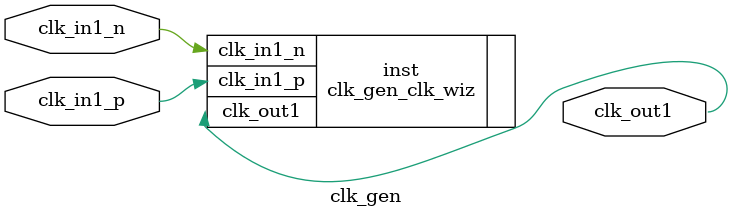
<source format=v>


`timescale 1ps/1ps

(* CORE_GENERATION_INFO = "clk_gen,clk_wiz_v6_0_2_0_0,{component_name=clk_gen,use_phase_alignment=true,use_min_o_jitter=true,use_max_i_jitter=false,use_dyn_phase_shift=false,use_inclk_switchover=false,use_dyn_reconfig=false,enable_axi=0,feedback_source=FDBK_AUTO,PRIMITIVE=MMCM,num_out_clk=1,clkin1_period=5.000,clkin2_period=10.000,use_power_down=false,use_reset=false,use_locked=false,use_inclk_stopped=false,feedback_type=SINGLE,CLOCK_MGR_TYPE=NA,manual_override=false}" *)

module clk_gen 
 (
  // Clock out ports
  output        clk_out1,
 // Clock in ports
  input         clk_in1_p,
  input         clk_in1_n
 );

  clk_gen_clk_wiz inst
  (
  // Clock out ports  
  .clk_out1(clk_out1),
 // Clock in ports
  .clk_in1_p(clk_in1_p),
  .clk_in1_n(clk_in1_n)
  );

endmodule

</source>
